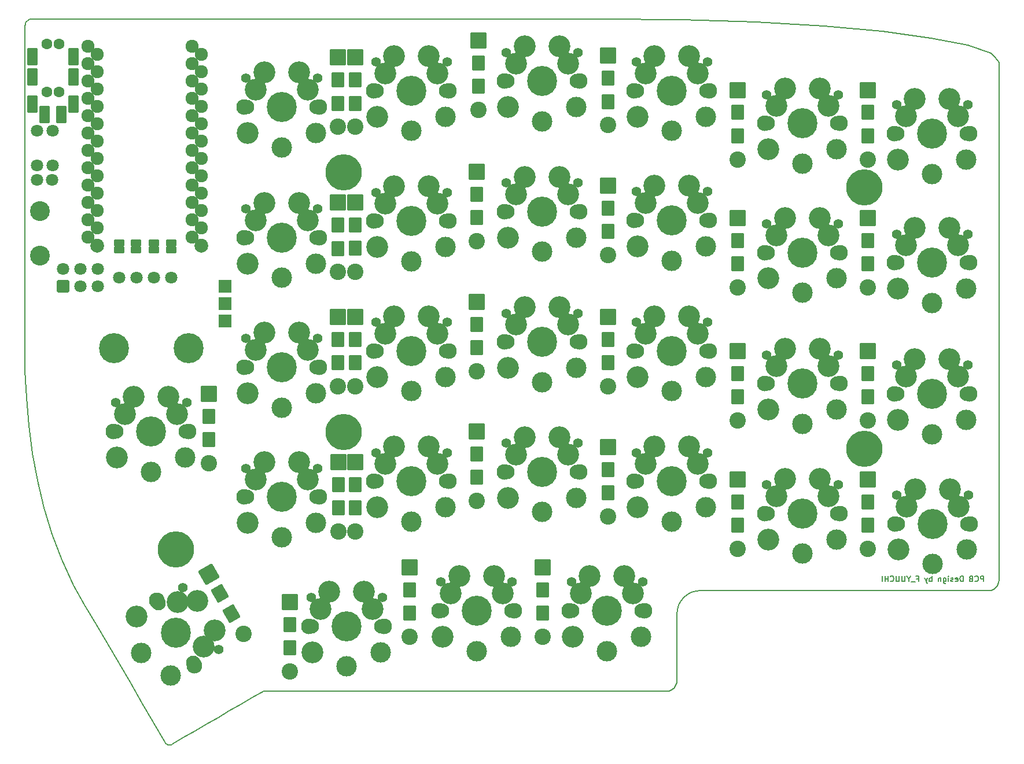
<source format=gbs>
G04 #@! TF.GenerationSoftware,KiCad,Pcbnew,(6.0.8-1)-1*
G04 #@! TF.CreationDate,2023-02-22T14:27:57+02:00*
G04 #@! TF.ProjectId,Lily58,4c696c79-3538-42e6-9b69-6361645f7063,rev?*
G04 #@! TF.SameCoordinates,Original*
G04 #@! TF.FileFunction,Soldermask,Bot*
G04 #@! TF.FilePolarity,Negative*
%FSLAX46Y46*%
G04 Gerber Fmt 4.6, Leading zero omitted, Abs format (unit mm)*
G04 Created by KiCad (PCBNEW (6.0.8-1)-1) date 2023-02-22 14:27:57*
%MOMM*%
%LPD*%
G01*
G04 APERTURE LIST*
G04 Aperture macros list*
%AMRoundRect*
0 Rectangle with rounded corners*
0 $1 Rounding radius*
0 $2 $3 $4 $5 $6 $7 $8 $9 X,Y pos of 4 corners*
0 Add a 4 corners polygon primitive as box body*
4,1,4,$2,$3,$4,$5,$6,$7,$8,$9,$2,$3,0*
0 Add four circle primitives for the rounded corners*
1,1,$1+$1,$2,$3*
1,1,$1+$1,$4,$5*
1,1,$1+$1,$6,$7*
1,1,$1+$1,$8,$9*
0 Add four rect primitives between the rounded corners*
20,1,$1+$1,$2,$3,$4,$5,0*
20,1,$1+$1,$4,$5,$6,$7,0*
20,1,$1+$1,$6,$7,$8,$9,0*
20,1,$1+$1,$8,$9,$2,$3,0*%
G04 Aperture macros list end*
G04 #@! TA.AperFunction,Profile*
%ADD10C,0.200000*%
G04 #@! TD*
%ADD11C,0.200000*%
%ADD12C,2.000000*%
%ADD13C,1.600000*%
%ADD14RoundRect,0.200000X-0.600000X-1.050000X0.600000X-1.050000X0.600000X1.050000X-0.600000X1.050000X0*%
%ADD15RoundRect,0.200000X-0.750000X0.900000X-0.750000X-0.900000X0.750000X-0.900000X0.750000X0.900000X0*%
%ADD16C,2.398980*%
%ADD17RoundRect,0.200000X0.999490X-0.999490X0.999490X0.999490X-0.999490X0.999490X-0.999490X-0.999490X0*%
%ADD18RoundRect,0.200000X-1.099519X0.404423X-0.199519X-1.154423X1.099519X-0.404423X0.199519X1.154423X0*%
%ADD19RoundRect,0.200000X1.365329X-0.365839X0.365839X1.365329X-1.365329X0.365839X-0.365839X-1.365329X0*%
%ADD20C,4.400000*%
%ADD21C,5.300000*%
%ADD22RoundRect,0.200000X0.698500X-0.698500X0.698500X0.698500X-0.698500X0.698500X-0.698500X-0.698500X0*%
%ADD23C,1.797000*%
%ADD24C,2.900000*%
%ADD25C,1.924000*%
%ADD26C,1.400000*%
%ADD27C,3.000000*%
%ADD28C,3.200000*%
%ADD29C,2.100000*%
%ADD30C,2.300000*%
%ADD31RoundRect,0.200000X0.762000X0.762000X-0.762000X0.762000X-0.762000X-0.762000X0.762000X-0.762000X0*%
%ADD32RoundRect,0.200000X0.571500X-0.317500X0.571500X0.317500X-0.571500X0.317500X-0.571500X-0.317500X0*%
G04 APERTURE END LIST*
D10*
X224900000Y-42700000D02*
X225460000Y-43436755D01*
D11*
X223209523Y-119461904D02*
X223209523Y-118661904D01*
X222904761Y-118661904D01*
X222828571Y-118700000D01*
X222790476Y-118738095D01*
X222752380Y-118814285D01*
X222752380Y-118928571D01*
X222790476Y-119004761D01*
X222828571Y-119042857D01*
X222904761Y-119080952D01*
X223209523Y-119080952D01*
X221952380Y-119385714D02*
X221990476Y-119423809D01*
X222104761Y-119461904D01*
X222180952Y-119461904D01*
X222295238Y-119423809D01*
X222371428Y-119347619D01*
X222409523Y-119271428D01*
X222447619Y-119119047D01*
X222447619Y-119004761D01*
X222409523Y-118852380D01*
X222371428Y-118776190D01*
X222295238Y-118700000D01*
X222180952Y-118661904D01*
X222104761Y-118661904D01*
X221990476Y-118700000D01*
X221952380Y-118738095D01*
X221342857Y-119042857D02*
X221228571Y-119080952D01*
X221190476Y-119119047D01*
X221152380Y-119195238D01*
X221152380Y-119309523D01*
X221190476Y-119385714D01*
X221228571Y-119423809D01*
X221304761Y-119461904D01*
X221609523Y-119461904D01*
X221609523Y-118661904D01*
X221342857Y-118661904D01*
X221266666Y-118700000D01*
X221228571Y-118738095D01*
X221190476Y-118814285D01*
X221190476Y-118890476D01*
X221228571Y-118966666D01*
X221266666Y-119004761D01*
X221342857Y-119042857D01*
X221609523Y-119042857D01*
X220200000Y-119461904D02*
X220200000Y-118661904D01*
X220009523Y-118661904D01*
X219895238Y-118700000D01*
X219819047Y-118776190D01*
X219780952Y-118852380D01*
X219742857Y-119004761D01*
X219742857Y-119119047D01*
X219780952Y-119271428D01*
X219819047Y-119347619D01*
X219895238Y-119423809D01*
X220009523Y-119461904D01*
X220200000Y-119461904D01*
X219095238Y-119423809D02*
X219171428Y-119461904D01*
X219323809Y-119461904D01*
X219400000Y-119423809D01*
X219438095Y-119347619D01*
X219438095Y-119042857D01*
X219400000Y-118966666D01*
X219323809Y-118928571D01*
X219171428Y-118928571D01*
X219095238Y-118966666D01*
X219057142Y-119042857D01*
X219057142Y-119119047D01*
X219438095Y-119195238D01*
X218752380Y-119423809D02*
X218676190Y-119461904D01*
X218523809Y-119461904D01*
X218447619Y-119423809D01*
X218409523Y-119347619D01*
X218409523Y-119309523D01*
X218447619Y-119233333D01*
X218523809Y-119195238D01*
X218638095Y-119195238D01*
X218714285Y-119157142D01*
X218752380Y-119080952D01*
X218752380Y-119042857D01*
X218714285Y-118966666D01*
X218638095Y-118928571D01*
X218523809Y-118928571D01*
X218447619Y-118966666D01*
X218066666Y-119461904D02*
X218066666Y-118928571D01*
X218066666Y-118661904D02*
X218104761Y-118700000D01*
X218066666Y-118738095D01*
X218028571Y-118700000D01*
X218066666Y-118661904D01*
X218066666Y-118738095D01*
X217342857Y-118928571D02*
X217342857Y-119576190D01*
X217380952Y-119652380D01*
X217419047Y-119690476D01*
X217495238Y-119728571D01*
X217609523Y-119728571D01*
X217685714Y-119690476D01*
X217342857Y-119423809D02*
X217419047Y-119461904D01*
X217571428Y-119461904D01*
X217647619Y-119423809D01*
X217685714Y-119385714D01*
X217723809Y-119309523D01*
X217723809Y-119080952D01*
X217685714Y-119004761D01*
X217647619Y-118966666D01*
X217571428Y-118928571D01*
X217419047Y-118928571D01*
X217342857Y-118966666D01*
X216961904Y-118928571D02*
X216961904Y-119461904D01*
X216961904Y-119004761D02*
X216923809Y-118966666D01*
X216847619Y-118928571D01*
X216733333Y-118928571D01*
X216657142Y-118966666D01*
X216619047Y-119042857D01*
X216619047Y-119461904D01*
X215628571Y-119461904D02*
X215628571Y-118661904D01*
X215628571Y-118966666D02*
X215552380Y-118928571D01*
X215400000Y-118928571D01*
X215323809Y-118966666D01*
X215285714Y-119004761D01*
X215247619Y-119080952D01*
X215247619Y-119309523D01*
X215285714Y-119385714D01*
X215323809Y-119423809D01*
X215400000Y-119461904D01*
X215552380Y-119461904D01*
X215628571Y-119423809D01*
X214980952Y-118928571D02*
X214790476Y-119461904D01*
X214600000Y-118928571D02*
X214790476Y-119461904D01*
X214866666Y-119652380D01*
X214904761Y-119690476D01*
X214980952Y-119728571D01*
X213419047Y-119042857D02*
X213685714Y-119042857D01*
X213685714Y-119461904D02*
X213685714Y-118661904D01*
X213304761Y-118661904D01*
X213190476Y-119538095D02*
X212580952Y-119538095D01*
X212238095Y-119080952D02*
X212238095Y-119461904D01*
X212504761Y-118661904D02*
X212238095Y-119080952D01*
X211971428Y-118661904D01*
X211704761Y-118661904D02*
X211704761Y-119309523D01*
X211666666Y-119385714D01*
X211628571Y-119423809D01*
X211552380Y-119461904D01*
X211400000Y-119461904D01*
X211323809Y-119423809D01*
X211285714Y-119385714D01*
X211247619Y-119309523D01*
X211247619Y-118661904D01*
X210866666Y-118661904D02*
X210866666Y-119309523D01*
X210828571Y-119385714D01*
X210790476Y-119423809D01*
X210714285Y-119461904D01*
X210561904Y-119461904D01*
X210485714Y-119423809D01*
X210447619Y-119385714D01*
X210409523Y-119309523D01*
X210409523Y-118661904D01*
X209571428Y-119385714D02*
X209609523Y-119423809D01*
X209723809Y-119461904D01*
X209800000Y-119461904D01*
X209914285Y-119423809D01*
X209990476Y-119347619D01*
X210028571Y-119271428D01*
X210066666Y-119119047D01*
X210066666Y-119004761D01*
X210028571Y-118852380D01*
X209990476Y-118776190D01*
X209914285Y-118700000D01*
X209800000Y-118661904D01*
X209723809Y-118661904D01*
X209609523Y-118700000D01*
X209571428Y-118738095D01*
X209228571Y-119461904D02*
X209228571Y-118661904D01*
X209228571Y-119042857D02*
X208771428Y-119042857D01*
X208771428Y-119461904D02*
X208771428Y-118661904D01*
X208390476Y-119461904D02*
X208390476Y-118661904D01*
D10*
X82937528Y-50750629D02*
X82937528Y-44443695D01*
X82937528Y-57057562D02*
X82937528Y-50750629D01*
X115211711Y-37086762D02*
X104803877Y-37086762D01*
X218692418Y-120789735D02*
X223959999Y-120789735D01*
X213424836Y-120789735D02*
X218692418Y-120789735D01*
X208157255Y-120789735D02*
X213424836Y-120789735D01*
X202889673Y-120789735D02*
X208157255Y-120789735D01*
X197622092Y-120789735D02*
X202889673Y-120789735D01*
X192354511Y-120789735D02*
X197622092Y-120789735D01*
X187086929Y-120789735D02*
X192354511Y-120789735D01*
X181819348Y-120789735D02*
X187086929Y-120789735D01*
X181113524Y-120860778D02*
X181819348Y-120789735D01*
X180456326Y-121064561D02*
X181113524Y-120860778D01*
X179861773Y-121387065D02*
X180456326Y-121064561D01*
X179343884Y-121814271D02*
X179861773Y-121387065D01*
X178916678Y-122332160D02*
X179343884Y-121814271D01*
X178594174Y-122926713D02*
X178916678Y-122332160D01*
X178390391Y-123583911D02*
X178594174Y-122926713D01*
X178319348Y-124289735D02*
X178390391Y-123583911D01*
X199807654Y-38170488D02*
X189919538Y-37585374D01*
X208420758Y-38945561D02*
X199807654Y-38170488D01*
X215525697Y-39885159D02*
X208420758Y-38945561D01*
X220889319Y-40963847D02*
X215525697Y-39885159D01*
X178989563Y-37215654D02*
X167250881Y-37086762D01*
X189919538Y-37585374D02*
X178989563Y-37215654D01*
X177658308Y-135255660D02*
X177403500Y-135393876D01*
X177880261Y-135072571D02*
X177658308Y-135255660D01*
X178063349Y-134850619D02*
X177880261Y-135072571D01*
X178201565Y-134595810D02*
X178063349Y-134850619D01*
X178288901Y-134314154D02*
X178201565Y-134595810D01*
X178319348Y-134011658D02*
X178288901Y-134314154D01*
X225460000Y-52918378D02*
X225460000Y-62400000D01*
X225460000Y-43436755D02*
X225460000Y-52918378D01*
X82937528Y-69671429D02*
X82937528Y-63364495D01*
X82937528Y-75978362D02*
X82937528Y-69671429D01*
X82937528Y-82285296D02*
X82937528Y-75978362D01*
X82937528Y-88592229D02*
X82937528Y-82285296D01*
X104807833Y-37086762D02*
X94400000Y-37086762D01*
X125619545Y-37086762D02*
X115211711Y-37086762D01*
X136027379Y-37086762D02*
X125619545Y-37086762D01*
X146435213Y-37086762D02*
X136027379Y-37086762D01*
X156843047Y-37086762D02*
X146435213Y-37086762D01*
X167250881Y-37086762D02*
X156843047Y-37086762D01*
X83400937Y-37265961D02*
X83579303Y-37169210D01*
X83245570Y-37394123D02*
X83400937Y-37265961D01*
X83117409Y-37549489D02*
X83245570Y-37394123D01*
X83020657Y-37727855D02*
X83117409Y-37549489D01*
X82959523Y-37925015D02*
X83020657Y-37727855D01*
X82938210Y-38136762D02*
X82959523Y-37925015D01*
X83776462Y-37108075D02*
X83988210Y-37086762D01*
X83579303Y-37169210D02*
X83776462Y-37108075D01*
X94396044Y-37086762D02*
X83988210Y-37086762D01*
X82937528Y-63364495D02*
X82937528Y-57057562D01*
X82937528Y-44443695D02*
X82937528Y-38136762D01*
X88291758Y-116318073D02*
X89993333Y-119989540D01*
X86863105Y-112530670D02*
X88291758Y-116318073D01*
X85688004Y-108649127D02*
X86863105Y-112530670D01*
X84747083Y-104695246D02*
X85688004Y-108649127D01*
X84020972Y-100690825D02*
X84747083Y-104695246D01*
X83490297Y-96657663D02*
X84020972Y-100690825D01*
X83135690Y-92617561D02*
X83490297Y-96657663D01*
X82937777Y-88592317D02*
X83135690Y-92617561D01*
X104288864Y-143357278D02*
X104456758Y-143271756D01*
X104130206Y-143404468D02*
X104288864Y-143357278D01*
X103981252Y-143413974D02*
X104130206Y-143404468D01*
X103842470Y-143386445D02*
X103981252Y-143413974D01*
X103714328Y-143322532D02*
X103842470Y-143386445D01*
X103597295Y-143222884D02*
X103714328Y-143322532D01*
X103491837Y-143088150D02*
X103597295Y-143222884D01*
X103398425Y-142918979D02*
X103491837Y-143088150D01*
X116186619Y-136480784D02*
X117862313Y-135510645D01*
X114510925Y-137450923D02*
X116186619Y-136480784D01*
X112835230Y-138421062D02*
X114510925Y-137450923D01*
X111159536Y-139391201D02*
X112835230Y-138421062D01*
X109483841Y-140361340D02*
X111159536Y-139391201D01*
X107808147Y-141331479D02*
X109483841Y-140361340D01*
X106132452Y-142301617D02*
X107808147Y-141331479D01*
X104456758Y-143271756D02*
X106132452Y-142301617D01*
X101722730Y-140052659D02*
X103398425Y-142918979D01*
X100047036Y-137186340D02*
X101722730Y-140052659D01*
X98371341Y-134320020D02*
X100047036Y-137186340D01*
X96695647Y-131453701D02*
X98371341Y-134320020D01*
X95019952Y-128587381D02*
X96695647Y-131453701D01*
X93344258Y-125721062D02*
X95019952Y-128587381D01*
X91668563Y-122854742D02*
X93344258Y-125721062D01*
X89992869Y-119988423D02*
X91668563Y-122854742D01*
X169449826Y-135511658D02*
X176819348Y-135511658D01*
X162080304Y-135511658D02*
X169449826Y-135511658D01*
X154710782Y-135511658D02*
X162080304Y-135511658D01*
X147341260Y-135511658D02*
X154710782Y-135511658D01*
X139971738Y-135511658D02*
X147341260Y-135511658D01*
X132602217Y-135511658D02*
X139971738Y-135511658D01*
X125232695Y-135511658D02*
X132602217Y-135511658D01*
X117863173Y-135511658D02*
X125232695Y-135511658D01*
X178319348Y-132816013D02*
X178319348Y-134011658D01*
X178319348Y-131597973D02*
X178319348Y-132816013D01*
X178319348Y-130379933D02*
X178319348Y-131597973D01*
X178319348Y-129161894D02*
X178319348Y-130379933D01*
X178319348Y-127943854D02*
X178319348Y-129161894D01*
X178319348Y-126725814D02*
X178319348Y-127943854D01*
X178319348Y-125507775D02*
X178319348Y-126725814D01*
X178319348Y-124289735D02*
X178319348Y-125507775D01*
X177121844Y-135481211D02*
X176819348Y-135511658D01*
X177403500Y-135393876D02*
X177121844Y-135481211D01*
X224278471Y-42156190D02*
X220889319Y-40963847D01*
X224900000Y-42700000D02*
X224278471Y-42156190D01*
X224262495Y-120759288D02*
X223959999Y-120789735D01*
X224544152Y-120671952D02*
X224262495Y-120759288D01*
X224798960Y-120533736D02*
X224544152Y-120671952D01*
X225020912Y-120350648D02*
X224798960Y-120533736D01*
X225204001Y-120128696D02*
X225020912Y-120350648D01*
X225342217Y-119873887D02*
X225204001Y-120128696D01*
X225429552Y-119592231D02*
X225342217Y-119873887D01*
X225459999Y-119289735D02*
X225429552Y-119592231D01*
X225460000Y-109808112D02*
X225460000Y-119289735D01*
X225460000Y-100326490D02*
X225460000Y-109808112D01*
X225460000Y-90844867D02*
X225460000Y-100326490D01*
X225460000Y-81363245D02*
X225460000Y-90844867D01*
X225460000Y-71881623D02*
X225460000Y-81363245D01*
X225460000Y-62400000D02*
X225460000Y-71881623D01*
D12*
X93475000Y-70275000D03*
X108715000Y-70275000D03*
D13*
X86150000Y-47800000D03*
X86150000Y-40800000D03*
D14*
X84050000Y-49600000D03*
X88250000Y-51100000D03*
X84050000Y-42600000D03*
X84050000Y-45600000D03*
D13*
X87900000Y-40800000D03*
X87900000Y-47800000D03*
D14*
X90000000Y-42600000D03*
X90000000Y-45600000D03*
X90000000Y-49600000D03*
X85800000Y-51100000D03*
D15*
X128750000Y-49450000D03*
X128750000Y-46050000D03*
D16*
X128752540Y-52910000D03*
D17*
X128752540Y-42750000D03*
D18*
X113150000Y-124172243D03*
X111450000Y-121227757D03*
D16*
X114882200Y-127167421D03*
D19*
X109802200Y-118368603D03*
D15*
X131250000Y-108700000D03*
X131250000Y-105300000D03*
D16*
X131252540Y-112160000D03*
D17*
X131252540Y-102000000D03*
D15*
X128750000Y-70700000D03*
X128750000Y-67300000D03*
D16*
X128752540Y-74160000D03*
D17*
X128752540Y-64000000D03*
D15*
X131250000Y-49450000D03*
X131250000Y-46050000D03*
D16*
X131252540Y-52910000D03*
D17*
X131252540Y-42750000D03*
D15*
X149250000Y-46950000D03*
X149250000Y-43550000D03*
D16*
X149252540Y-50410000D03*
D17*
X149252540Y-40250000D03*
D15*
X168250000Y-49200000D03*
X168250000Y-45800000D03*
D16*
X168252540Y-52660000D03*
D17*
X168252540Y-42500000D03*
D15*
X187250000Y-54200000D03*
X187250000Y-50800000D03*
D16*
X187252540Y-57660000D03*
D17*
X187252540Y-47500000D03*
D15*
X206250000Y-54200000D03*
X206250000Y-50800000D03*
D16*
X206252540Y-57660000D03*
D17*
X206252540Y-47500000D03*
D15*
X131252540Y-70652540D03*
X131252540Y-67252540D03*
D16*
X131255080Y-74112540D03*
D17*
X131255080Y-63952540D03*
D15*
X149000000Y-66200000D03*
X149000000Y-62800000D03*
D16*
X149002540Y-69660000D03*
D17*
X149002540Y-59500000D03*
D15*
X168250000Y-68200000D03*
X168250000Y-64800000D03*
D16*
X168252540Y-71660000D03*
D17*
X168252540Y-61500000D03*
D15*
X187250000Y-72950000D03*
X187250000Y-69550000D03*
D16*
X187252540Y-76410000D03*
D17*
X187252540Y-66250000D03*
D15*
X206250000Y-72950000D03*
X206250000Y-69550000D03*
D16*
X206252540Y-76410000D03*
D17*
X206252540Y-66250000D03*
D15*
X128750000Y-87450000D03*
X128750000Y-84050000D03*
D16*
X128752540Y-90910000D03*
D17*
X128752540Y-80750000D03*
D15*
X131250000Y-87450000D03*
X131250000Y-84050000D03*
D16*
X131252540Y-90910000D03*
D17*
X131252540Y-80750000D03*
D15*
X149000000Y-85200000D03*
X149000000Y-81800000D03*
D16*
X149002540Y-88660000D03*
D17*
X149002540Y-78500000D03*
D15*
X168250000Y-87450000D03*
X168250000Y-84050000D03*
D16*
X168252540Y-90910000D03*
D17*
X168252540Y-80750000D03*
D15*
X187250000Y-92450000D03*
X187250000Y-89050000D03*
D16*
X187252540Y-95910000D03*
D17*
X187252540Y-85750000D03*
D15*
X206250000Y-92450000D03*
X206250000Y-89050000D03*
D16*
X206252540Y-95910000D03*
D17*
X206252540Y-85750000D03*
D15*
X128800000Y-108700000D03*
X128800000Y-105300000D03*
D16*
X128802540Y-112160000D03*
D17*
X128802540Y-102000000D03*
D15*
X149000000Y-104200000D03*
X149000000Y-100800000D03*
D16*
X149002540Y-107660000D03*
D17*
X149002540Y-97500000D03*
D15*
X168250000Y-106450000D03*
X168250000Y-103050000D03*
D16*
X168252540Y-109910000D03*
D17*
X168252540Y-99750000D03*
D15*
X187250000Y-111200000D03*
X187250000Y-107800000D03*
D16*
X187252540Y-114660000D03*
D17*
X187252540Y-104500000D03*
D15*
X206250000Y-111200000D03*
X206250000Y-107800000D03*
D16*
X206252540Y-114660000D03*
D17*
X206252540Y-104500000D03*
D15*
X109800000Y-98700000D03*
X109800000Y-95300000D03*
D16*
X109802540Y-102160000D03*
D17*
X109802540Y-92000000D03*
D15*
X121700000Y-129200000D03*
X121700000Y-125800000D03*
D16*
X121702540Y-132660000D03*
D17*
X121702540Y-122500000D03*
D15*
X139200000Y-124100000D03*
X139200000Y-120700000D03*
D16*
X139202540Y-127560000D03*
D17*
X139202540Y-117400000D03*
D15*
X158700000Y-124100000D03*
X158700000Y-120700000D03*
D16*
X158702540Y-127560000D03*
D17*
X158702540Y-117400000D03*
D20*
X106835000Y-85270000D03*
X95935000Y-85270000D03*
D21*
X129600000Y-59600000D03*
X205800000Y-61800000D03*
X129600000Y-97600000D03*
X205800000Y-100000000D03*
X105000000Y-114800000D03*
D22*
X88483973Y-76263759D03*
D23*
X88483973Y-73723759D03*
X91023973Y-76263759D03*
X91023973Y-73723759D03*
X93563973Y-76263759D03*
X93563973Y-73723759D03*
D24*
X85100000Y-71750000D03*
X85100000Y-65250000D03*
D23*
X84688035Y-53499272D03*
X84688035Y-58579272D03*
X86938035Y-53499272D03*
X86938035Y-58579272D03*
X86900000Y-60700000D03*
X84700000Y-60700000D03*
D25*
X93478815Y-47405745D03*
X108718815Y-65185745D03*
X93478815Y-57565745D03*
X108718815Y-55025745D03*
X108718815Y-49945745D03*
X93478815Y-67725745D03*
X108718815Y-47405745D03*
X108718815Y-42325745D03*
X93478815Y-62645745D03*
X108718815Y-70265745D03*
X93478815Y-55025745D03*
X93478815Y-44865745D03*
X93478815Y-49945745D03*
X93478815Y-52485745D03*
X93478815Y-65185745D03*
X93478815Y-60105745D03*
X108718815Y-62645745D03*
X108718815Y-60105745D03*
X93478815Y-70265745D03*
X108718815Y-67725745D03*
X108718815Y-44865745D03*
X93478815Y-42325745D03*
X108718815Y-57565745D03*
X108718815Y-52485745D03*
X92180000Y-41130000D03*
X92180000Y-43670000D03*
X92180000Y-46210000D03*
X92180000Y-48750000D03*
X92180000Y-51290000D03*
X92180000Y-53830000D03*
X92180000Y-56370000D03*
X92180000Y-58910000D03*
X92180000Y-61450000D03*
X92180000Y-63990000D03*
X92180000Y-66530000D03*
X92180000Y-69070000D03*
X107420000Y-69070000D03*
X107420000Y-66530000D03*
X107420000Y-63990000D03*
X107420000Y-61450000D03*
X107420000Y-58910000D03*
X107420000Y-56370000D03*
X107420000Y-53830000D03*
X107420000Y-51290000D03*
X107420000Y-48750000D03*
X107420000Y-46210000D03*
X107420000Y-43670000D03*
X107420000Y-41130000D03*
D26*
X111247307Y-129420653D03*
D27*
X104209103Y-133230127D03*
X99890450Y-129950000D03*
D28*
X99209103Y-124569873D03*
X110669409Y-126659705D03*
X108129409Y-122260295D03*
X109104705Y-129029557D03*
D29*
X107540000Y-131399409D03*
X102460000Y-122600591D03*
D20*
X105000000Y-127000000D03*
D28*
X105294705Y-122430443D03*
D26*
X106027307Y-120379347D03*
D30*
X102250000Y-122236860D03*
X107750000Y-131763140D03*
D26*
X106620000Y-93300000D03*
D27*
X106400000Y-101300000D03*
X101400000Y-103400000D03*
D28*
X96400000Y-101300000D03*
X103940000Y-92420000D03*
X98860000Y-92420000D03*
X105210000Y-94960000D03*
D29*
X106480000Y-97500000D03*
X96320000Y-97500000D03*
D20*
X101400000Y-97500000D03*
D28*
X97590000Y-94960000D03*
D26*
X96180000Y-93300000D03*
D30*
X95900000Y-97500000D03*
X106900000Y-97500000D03*
D31*
X112200000Y-81300000D03*
X112200000Y-78760000D03*
X112200000Y-76220000D03*
D26*
X125720000Y-83900000D03*
D27*
X125500000Y-91900000D03*
X120500000Y-94000000D03*
D28*
X115500000Y-91900000D03*
X123040000Y-83020000D03*
X117960000Y-83020000D03*
X124310000Y-85560000D03*
D29*
X125580000Y-88100000D03*
X115420000Y-88100000D03*
D20*
X120500000Y-88100000D03*
D28*
X116690000Y-85560000D03*
D26*
X115280000Y-83900000D03*
D30*
X115000000Y-88100000D03*
X126000000Y-88100000D03*
D26*
X220920000Y-87800000D03*
D27*
X220700000Y-95800000D03*
X215700000Y-97900000D03*
D28*
X210700000Y-95800000D03*
X218240000Y-86920000D03*
X213160000Y-86920000D03*
X219510000Y-89460000D03*
D29*
X220780000Y-92000000D03*
X210620000Y-92000000D03*
D20*
X215700000Y-92000000D03*
D28*
X211890000Y-89460000D03*
D26*
X210480000Y-87800000D03*
D30*
X210200000Y-92000000D03*
X221200000Y-92000000D03*
D26*
X220970000Y-106800000D03*
D27*
X220750000Y-114800000D03*
X215750000Y-116900000D03*
D28*
X210750000Y-114800000D03*
X218290000Y-105920000D03*
X213210000Y-105920000D03*
X219560000Y-108460000D03*
D29*
X220830000Y-111000000D03*
X210670000Y-111000000D03*
D20*
X215750000Y-111000000D03*
D28*
X211940000Y-108460000D03*
D26*
X210530000Y-106800000D03*
D30*
X210250000Y-111000000D03*
X221250000Y-111000000D03*
D26*
X154220000Y-119550000D03*
D27*
X154000000Y-127550000D03*
X149000000Y-129650000D03*
D28*
X144000000Y-127550000D03*
X151540000Y-118670000D03*
X146460000Y-118670000D03*
X152810000Y-121210000D03*
D29*
X154080000Y-123750000D03*
X143920000Y-123750000D03*
D20*
X149000000Y-123750000D03*
D28*
X145190000Y-121210000D03*
D26*
X143780000Y-119550000D03*
D30*
X143500000Y-123750000D03*
X154500000Y-123750000D03*
D26*
X125720000Y-45800000D03*
D27*
X125500000Y-53800000D03*
X120500000Y-55900000D03*
D28*
X115500000Y-53800000D03*
X123040000Y-44920000D03*
X117960000Y-44920000D03*
X124310000Y-47460000D03*
D29*
X125580000Y-50000000D03*
X115420000Y-50000000D03*
D20*
X120500000Y-50000000D03*
D28*
X116690000Y-47460000D03*
D26*
X115280000Y-45800000D03*
D30*
X115000000Y-50000000D03*
X126000000Y-50000000D03*
D26*
X144720000Y-43400000D03*
D27*
X144500000Y-51400000D03*
X139500000Y-53500000D03*
D28*
X134500000Y-51400000D03*
X142040000Y-42520000D03*
X136960000Y-42520000D03*
X143310000Y-45060000D03*
D29*
X144580000Y-47600000D03*
X134420000Y-47600000D03*
D20*
X139500000Y-47600000D03*
D28*
X135690000Y-45060000D03*
D26*
X134280000Y-43400000D03*
D30*
X134000000Y-47600000D03*
X145000000Y-47600000D03*
D26*
X163820000Y-42010000D03*
D27*
X163600000Y-50010000D03*
X158600000Y-52110000D03*
D28*
X153600000Y-50010000D03*
X161140000Y-41130000D03*
X156060000Y-41130000D03*
X162410000Y-43670000D03*
D29*
X163680000Y-46210000D03*
X153520000Y-46210000D03*
D20*
X158600000Y-46210000D03*
D28*
X154790000Y-43670000D03*
D26*
X153380000Y-42010000D03*
D30*
X153100000Y-46210000D03*
X164100000Y-46210000D03*
D26*
X182820000Y-43400000D03*
D27*
X182600000Y-51400000D03*
X177600000Y-53500000D03*
D28*
X172600000Y-51400000D03*
X180140000Y-42520000D03*
X175060000Y-42520000D03*
X181410000Y-45060000D03*
D29*
X182680000Y-47600000D03*
X172520000Y-47600000D03*
D20*
X177600000Y-47600000D03*
D28*
X173790000Y-45060000D03*
D26*
X172380000Y-43400000D03*
D30*
X172100000Y-47600000D03*
X183100000Y-47600000D03*
D26*
X201920000Y-48200000D03*
D27*
X201700000Y-56200000D03*
X196700000Y-58300000D03*
D28*
X191700000Y-56200000D03*
X199240000Y-47320000D03*
X194160000Y-47320000D03*
X200510000Y-49860000D03*
D29*
X201780000Y-52400000D03*
X191620000Y-52400000D03*
D20*
X196700000Y-52400000D03*
D28*
X192890000Y-49860000D03*
D26*
X191480000Y-48200000D03*
D30*
X191200000Y-52400000D03*
X202200000Y-52400000D03*
D26*
X220920000Y-49700000D03*
D27*
X220700000Y-57700000D03*
X215700000Y-59800000D03*
D28*
X210700000Y-57700000D03*
X218240000Y-48820000D03*
X213160000Y-48820000D03*
X219510000Y-51360000D03*
D29*
X220780000Y-53900000D03*
X210620000Y-53900000D03*
D20*
X215700000Y-53900000D03*
D28*
X211890000Y-51360000D03*
D26*
X210480000Y-49700000D03*
D30*
X210200000Y-53900000D03*
X221200000Y-53900000D03*
D26*
X125720000Y-64900000D03*
D27*
X125500000Y-72900000D03*
X120500000Y-75000000D03*
D28*
X115500000Y-72900000D03*
X123040000Y-64020000D03*
X117960000Y-64020000D03*
X124310000Y-66560000D03*
D29*
X125580000Y-69100000D03*
X115420000Y-69100000D03*
D20*
X120500000Y-69100000D03*
D28*
X116690000Y-66560000D03*
D26*
X115280000Y-64900000D03*
D30*
X115000000Y-69100000D03*
X126000000Y-69100000D03*
D26*
X144720000Y-62500000D03*
D27*
X144500000Y-70500000D03*
X139500000Y-72600000D03*
D28*
X134500000Y-70500000D03*
X142040000Y-61620000D03*
X136960000Y-61620000D03*
X143310000Y-64160000D03*
D29*
X144580000Y-66700000D03*
X134420000Y-66700000D03*
D20*
X139500000Y-66700000D03*
D28*
X135690000Y-64160000D03*
D26*
X134280000Y-62500000D03*
D30*
X134000000Y-66700000D03*
X145000000Y-66700000D03*
D26*
X163820000Y-61100000D03*
D27*
X163600000Y-69100000D03*
X158600000Y-71200000D03*
D28*
X153600000Y-69100000D03*
X161140000Y-60220000D03*
X156060000Y-60220000D03*
X162410000Y-62760000D03*
D29*
X163680000Y-65300000D03*
X153520000Y-65300000D03*
D20*
X158600000Y-65300000D03*
D28*
X154790000Y-62760000D03*
D26*
X153380000Y-61100000D03*
D30*
X153100000Y-65300000D03*
X164100000Y-65300000D03*
D26*
X182820000Y-62400000D03*
D27*
X182600000Y-70400000D03*
X177600000Y-72500000D03*
D28*
X172600000Y-70400000D03*
X180140000Y-61520000D03*
X175060000Y-61520000D03*
X181410000Y-64060000D03*
D29*
X182680000Y-66600000D03*
X172520000Y-66600000D03*
D20*
X177600000Y-66600000D03*
D28*
X173790000Y-64060000D03*
D26*
X172380000Y-62400000D03*
D30*
X172100000Y-66600000D03*
X183100000Y-66600000D03*
D26*
X201920000Y-67100000D03*
D27*
X201700000Y-75100000D03*
X196700000Y-77200000D03*
D28*
X191700000Y-75100000D03*
X199240000Y-66220000D03*
X194160000Y-66220000D03*
X200510000Y-68760000D03*
D29*
X201780000Y-71300000D03*
X191620000Y-71300000D03*
D20*
X196700000Y-71300000D03*
D28*
X192890000Y-68760000D03*
D26*
X191480000Y-67100000D03*
D30*
X191200000Y-71300000D03*
X202200000Y-71300000D03*
D26*
X220920000Y-68600000D03*
D27*
X220700000Y-76600000D03*
X215700000Y-78700000D03*
D28*
X210700000Y-76600000D03*
X218240000Y-67720000D03*
X213160000Y-67720000D03*
X219510000Y-70260000D03*
D29*
X220780000Y-72800000D03*
X210620000Y-72800000D03*
D20*
X215700000Y-72800000D03*
D28*
X211890000Y-70260000D03*
D26*
X210480000Y-68600000D03*
D30*
X210200000Y-72800000D03*
X221200000Y-72800000D03*
D26*
X144720000Y-81500000D03*
D27*
X144500000Y-89500000D03*
X139500000Y-91600000D03*
D28*
X134500000Y-89500000D03*
X142040000Y-80620000D03*
X136960000Y-80620000D03*
X143310000Y-83160000D03*
D29*
X144580000Y-85700000D03*
X134420000Y-85700000D03*
D20*
X139500000Y-85700000D03*
D28*
X135690000Y-83160000D03*
D26*
X134280000Y-81500000D03*
D30*
X134000000Y-85700000D03*
X145000000Y-85700000D03*
D26*
X163820000Y-80200000D03*
D27*
X163600000Y-88200000D03*
X158600000Y-90300000D03*
D28*
X153600000Y-88200000D03*
X161140000Y-79320000D03*
X156060000Y-79320000D03*
X162410000Y-81860000D03*
D29*
X163680000Y-84400000D03*
X153520000Y-84400000D03*
D20*
X158600000Y-84400000D03*
D28*
X154790000Y-81860000D03*
D26*
X153380000Y-80200000D03*
D30*
X153100000Y-84400000D03*
X164100000Y-84400000D03*
D26*
X182820000Y-81500000D03*
D27*
X182600000Y-89500000D03*
X177600000Y-91600000D03*
D28*
X172600000Y-89500000D03*
X180140000Y-80620000D03*
X175060000Y-80620000D03*
X181410000Y-83160000D03*
D29*
X182680000Y-85700000D03*
X172520000Y-85700000D03*
D20*
X177600000Y-85700000D03*
D28*
X173790000Y-83160000D03*
D26*
X172380000Y-81500000D03*
D30*
X172100000Y-85700000D03*
X183100000Y-85700000D03*
D26*
X201920000Y-86300000D03*
D27*
X201700000Y-94300000D03*
X196700000Y-96400000D03*
D28*
X191700000Y-94300000D03*
X199240000Y-85420000D03*
X194160000Y-85420000D03*
X200510000Y-87960000D03*
D29*
X201780000Y-90500000D03*
X191620000Y-90500000D03*
D20*
X196700000Y-90500000D03*
D28*
X192890000Y-87960000D03*
D26*
X191480000Y-86300000D03*
D30*
X191200000Y-90500000D03*
X202200000Y-90500000D03*
D26*
X125720000Y-102900000D03*
D27*
X125500000Y-110900000D03*
X120500000Y-113000000D03*
D28*
X115500000Y-110900000D03*
X123040000Y-102020000D03*
X117960000Y-102020000D03*
X124310000Y-104560000D03*
D29*
X125580000Y-107100000D03*
X115420000Y-107100000D03*
D20*
X120500000Y-107100000D03*
D28*
X116690000Y-104560000D03*
D26*
X115280000Y-102900000D03*
D30*
X115000000Y-107100000D03*
X126000000Y-107100000D03*
D26*
X144720000Y-100600000D03*
D27*
X144500000Y-108600000D03*
X139500000Y-110700000D03*
D28*
X134500000Y-108600000D03*
X142040000Y-99720000D03*
X136960000Y-99720000D03*
X143310000Y-102260000D03*
D29*
X144580000Y-104800000D03*
X134420000Y-104800000D03*
D20*
X139500000Y-104800000D03*
D28*
X135690000Y-102260000D03*
D26*
X134280000Y-100600000D03*
D30*
X134000000Y-104800000D03*
X145000000Y-104800000D03*
D26*
X163820000Y-99200000D03*
D27*
X163600000Y-107200000D03*
X158600000Y-109300000D03*
D28*
X153600000Y-107200000D03*
X161140000Y-98320000D03*
X156060000Y-98320000D03*
X162410000Y-100860000D03*
D29*
X163680000Y-103400000D03*
X153520000Y-103400000D03*
D20*
X158600000Y-103400000D03*
D28*
X154790000Y-100860000D03*
D26*
X153380000Y-99200000D03*
D30*
X153100000Y-103400000D03*
X164100000Y-103400000D03*
D26*
X182820000Y-100600000D03*
D27*
X182600000Y-108600000D03*
X177600000Y-110700000D03*
D28*
X172600000Y-108600000D03*
X180140000Y-99720000D03*
X175060000Y-99720000D03*
X181410000Y-102260000D03*
D29*
X182680000Y-104800000D03*
X172520000Y-104800000D03*
D20*
X177600000Y-104800000D03*
D28*
X173790000Y-102260000D03*
D26*
X172380000Y-100600000D03*
D30*
X172100000Y-104800000D03*
X183100000Y-104800000D03*
D26*
X201920000Y-105300000D03*
D27*
X201700000Y-113300000D03*
X196700000Y-115400000D03*
D28*
X191700000Y-113300000D03*
X199240000Y-104420000D03*
X194160000Y-104420000D03*
X200510000Y-106960000D03*
D29*
X201780000Y-109500000D03*
X191620000Y-109500000D03*
D20*
X196700000Y-109500000D03*
D28*
X192890000Y-106960000D03*
D26*
X191480000Y-105300000D03*
D30*
X191200000Y-109500000D03*
X202200000Y-109500000D03*
D26*
X135220000Y-121800000D03*
D27*
X135000000Y-129800000D03*
X130000000Y-131900000D03*
D28*
X125000000Y-129800000D03*
X132540000Y-120920000D03*
X127460000Y-120920000D03*
X133810000Y-123460000D03*
D29*
X135080000Y-126000000D03*
X124920000Y-126000000D03*
D20*
X130000000Y-126000000D03*
D28*
X126190000Y-123460000D03*
D26*
X124780000Y-121800000D03*
D30*
X124500000Y-126000000D03*
X135500000Y-126000000D03*
D26*
X173320000Y-119550000D03*
D27*
X173100000Y-127550000D03*
X168100000Y-129650000D03*
D28*
X163100000Y-127550000D03*
X170640000Y-118670000D03*
X165560000Y-118670000D03*
X171910000Y-121210000D03*
D29*
X173180000Y-123750000D03*
X163020000Y-123750000D03*
D20*
X168100000Y-123750000D03*
D28*
X164290000Y-121210000D03*
D26*
X162880000Y-119550000D03*
D30*
X162600000Y-123750000D03*
X173600000Y-123750000D03*
D32*
X104300000Y-69899620D03*
X104300000Y-70900380D03*
X101800000Y-70900380D03*
X101800000Y-69899620D03*
X99200000Y-69899620D03*
X99200000Y-70900380D03*
X96700000Y-70900380D03*
X96700000Y-69899620D03*
D23*
X96700000Y-75000000D03*
X99240000Y-75000000D03*
X101780000Y-75000000D03*
X104320000Y-75000000D03*
M02*

</source>
